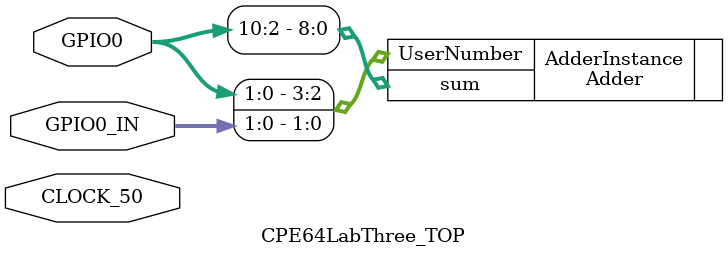
<source format=v>


module CPE64LabThree_TOP(

	//////////// CLOCK //////////
	CLOCK_50,

	//////////// GPIO_0, GPIO_0 connect to GPIO Default //////////
	GPIO0,
	GPIO0_IN 
);

//=======================================================
//  PARAMETER declarations
//=======================================================


//=======================================================
//  PORT declarations
//=======================================================

//////////// CLOCK //////////
input 		          		CLOCK_50;

//////////// GPIO_0, GPIO_0 connect to GPIO Default //////////
inout 		    [33:0]		GPIO0;
input 		     [1:0]		GPIO0_IN;

//=======================================================
//  Structural coding
//=======================================================
Adder #(
		.constant(4'b0101)
	)AdderInstance(
		.UserNumber({GPIO0[1:0], GPIO0_IN[1:0]}),
		.sum(GPIO0[10:2])
);


endmodule

</source>
